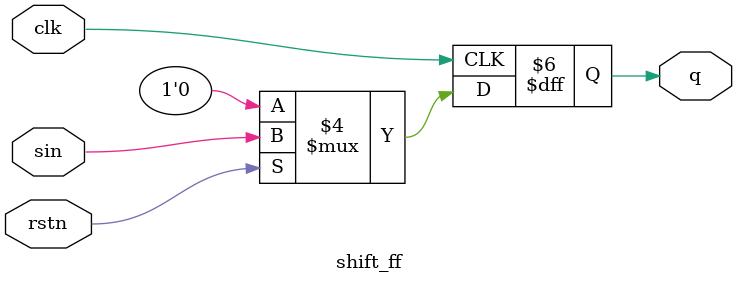
<source format=sv>
module shift_ff (
    input clk, rstn, 
    input sin,
    output reg q
);
always @(posedge clk) begin
    if (!rstn) q <= 0;
    else       q <= sin;
end
endmodule
</source>
